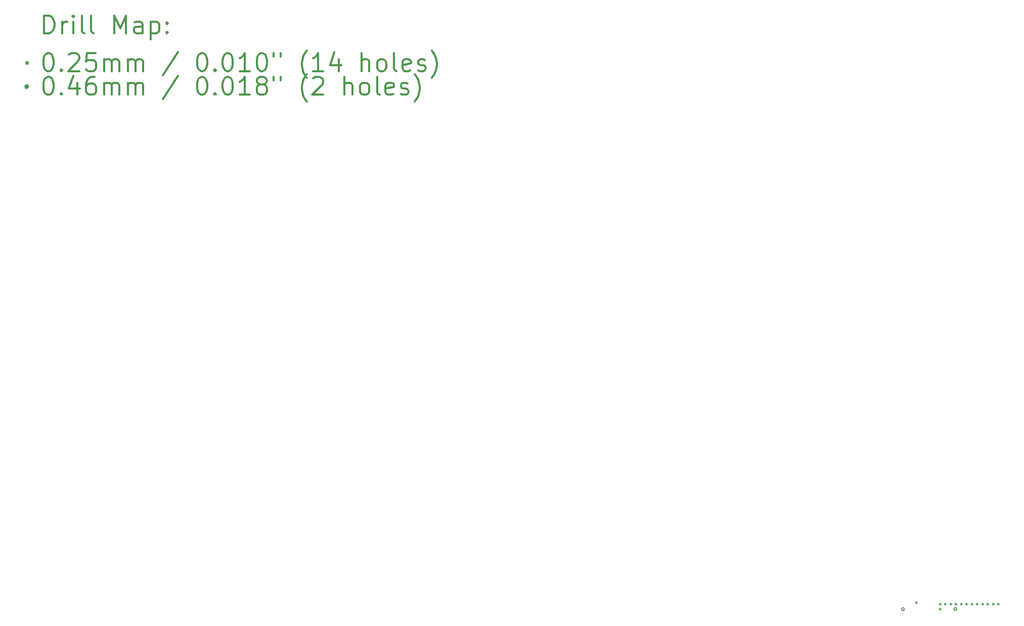
<source format=gbr>
%FSLAX45Y45*%
G04 Gerber Fmt 4.5, Leading zero omitted, Abs format (unit mm)*
G04 Created by KiCad (PCBNEW 4.0.5) date 02/24/17 14:21:47*
%MOMM*%
%LPD*%
G01*
G04 APERTURE LIST*
%ADD10C,0.127000*%
%ADD11C,0.200000*%
%ADD12C,0.300000*%
G04 APERTURE END LIST*
D10*
D11*
X14865350Y-9983470D02*
X14890750Y-10008870D01*
X14890750Y-9983470D02*
X14865350Y-10008870D01*
X15259050Y-10002520D02*
X15284450Y-10027920D01*
X15284450Y-10002520D02*
X15259050Y-10027920D01*
X15259050Y-10091420D02*
X15284450Y-10116820D01*
X15284450Y-10091420D02*
X15259050Y-10116820D01*
X15347950Y-10002520D02*
X15373350Y-10027920D01*
X15373350Y-10002520D02*
X15347950Y-10027920D01*
X15436850Y-10002520D02*
X15462250Y-10027920D01*
X15462250Y-10002520D02*
X15436850Y-10027920D01*
X15525750Y-10002520D02*
X15551150Y-10027920D01*
X15551150Y-10002520D02*
X15525750Y-10027920D01*
X15614650Y-10002520D02*
X15640050Y-10027920D01*
X15640050Y-10002520D02*
X15614650Y-10027920D01*
X15703550Y-10002520D02*
X15728950Y-10027920D01*
X15728950Y-10002520D02*
X15703550Y-10027920D01*
X15792450Y-10002520D02*
X15817850Y-10027920D01*
X15817850Y-10002520D02*
X15792450Y-10027920D01*
X15881350Y-10002520D02*
X15906750Y-10027920D01*
X15906750Y-10002520D02*
X15881350Y-10027920D01*
X15970250Y-10002520D02*
X15995650Y-10027920D01*
X15995650Y-10002520D02*
X15970250Y-10027920D01*
X16059150Y-10002520D02*
X16084550Y-10027920D01*
X16084550Y-10002520D02*
X16059150Y-10027920D01*
X16148050Y-10002520D02*
X16173450Y-10027920D01*
X16173450Y-10002520D02*
X16148050Y-10027920D01*
X16236950Y-10002520D02*
X16262350Y-10027920D01*
X16262350Y-10002520D02*
X16236950Y-10027920D01*
X14672600Y-10104840D02*
G75*
G03X14672600Y-10104840I-23000J0D01*
G01*
X15548600Y-10104840D02*
G75*
G03X15548600Y-10104840I-23000J0D01*
G01*
D12*
X271429Y-465714D02*
X271429Y-165714D01*
X342857Y-165714D01*
X385714Y-180000D01*
X414286Y-208571D01*
X428571Y-237143D01*
X442857Y-294286D01*
X442857Y-337143D01*
X428571Y-394286D01*
X414286Y-422857D01*
X385714Y-451429D01*
X342857Y-465714D01*
X271429Y-465714D01*
X571429Y-465714D02*
X571429Y-265714D01*
X571429Y-322857D02*
X585714Y-294286D01*
X600000Y-280000D01*
X628571Y-265714D01*
X657143Y-265714D01*
X757143Y-465714D02*
X757143Y-265714D01*
X757143Y-165714D02*
X742857Y-180000D01*
X757143Y-194286D01*
X771429Y-180000D01*
X757143Y-165714D01*
X757143Y-194286D01*
X942857Y-465714D02*
X914286Y-451429D01*
X900000Y-422857D01*
X900000Y-165714D01*
X1100000Y-465714D02*
X1071429Y-451429D01*
X1057143Y-422857D01*
X1057143Y-165714D01*
X1442857Y-465714D02*
X1442857Y-165714D01*
X1542857Y-380000D01*
X1642857Y-165714D01*
X1642857Y-465714D01*
X1914286Y-465714D02*
X1914286Y-308571D01*
X1900000Y-280000D01*
X1871429Y-265714D01*
X1814286Y-265714D01*
X1785714Y-280000D01*
X1914286Y-451429D02*
X1885714Y-465714D01*
X1814286Y-465714D01*
X1785714Y-451429D01*
X1771429Y-422857D01*
X1771429Y-394286D01*
X1785714Y-365714D01*
X1814286Y-351429D01*
X1885714Y-351429D01*
X1914286Y-337143D01*
X2057143Y-265714D02*
X2057143Y-565714D01*
X2057143Y-280000D02*
X2085714Y-265714D01*
X2142857Y-265714D01*
X2171429Y-280000D01*
X2185714Y-294286D01*
X2200000Y-322857D01*
X2200000Y-408571D01*
X2185714Y-437143D01*
X2171429Y-451429D01*
X2142857Y-465714D01*
X2085714Y-465714D01*
X2057143Y-451429D01*
X2328572Y-437143D02*
X2342857Y-451429D01*
X2328572Y-465714D01*
X2314286Y-451429D01*
X2328572Y-437143D01*
X2328572Y-465714D01*
X2328572Y-280000D02*
X2342857Y-294286D01*
X2328572Y-308571D01*
X2314286Y-294286D01*
X2328572Y-280000D01*
X2328572Y-308571D01*
X-25400Y-947300D02*
X0Y-972700D01*
X0Y-947300D02*
X-25400Y-972700D01*
X328571Y-795714D02*
X357143Y-795714D01*
X385714Y-810000D01*
X400000Y-824286D01*
X414286Y-852857D01*
X428571Y-910000D01*
X428571Y-981429D01*
X414286Y-1038571D01*
X400000Y-1067143D01*
X385714Y-1081429D01*
X357143Y-1095714D01*
X328571Y-1095714D01*
X300000Y-1081429D01*
X285714Y-1067143D01*
X271429Y-1038571D01*
X257143Y-981429D01*
X257143Y-910000D01*
X271429Y-852857D01*
X285714Y-824286D01*
X300000Y-810000D01*
X328571Y-795714D01*
X557143Y-1067143D02*
X571429Y-1081429D01*
X557143Y-1095714D01*
X542857Y-1081429D01*
X557143Y-1067143D01*
X557143Y-1095714D01*
X685714Y-824286D02*
X700000Y-810000D01*
X728571Y-795714D01*
X800000Y-795714D01*
X828571Y-810000D01*
X842857Y-824286D01*
X857143Y-852857D01*
X857143Y-881429D01*
X842857Y-924286D01*
X671429Y-1095714D01*
X857143Y-1095714D01*
X1128571Y-795714D02*
X985714Y-795714D01*
X971429Y-938571D01*
X985714Y-924286D01*
X1014286Y-910000D01*
X1085714Y-910000D01*
X1114286Y-924286D01*
X1128571Y-938571D01*
X1142857Y-967143D01*
X1142857Y-1038571D01*
X1128571Y-1067143D01*
X1114286Y-1081429D01*
X1085714Y-1095714D01*
X1014286Y-1095714D01*
X985714Y-1081429D01*
X971429Y-1067143D01*
X1271429Y-1095714D02*
X1271429Y-895714D01*
X1271429Y-924286D02*
X1285714Y-910000D01*
X1314286Y-895714D01*
X1357143Y-895714D01*
X1385714Y-910000D01*
X1400000Y-938571D01*
X1400000Y-1095714D01*
X1400000Y-938571D02*
X1414286Y-910000D01*
X1442857Y-895714D01*
X1485714Y-895714D01*
X1514286Y-910000D01*
X1528571Y-938571D01*
X1528571Y-1095714D01*
X1671429Y-1095714D02*
X1671429Y-895714D01*
X1671429Y-924286D02*
X1685714Y-910000D01*
X1714286Y-895714D01*
X1757143Y-895714D01*
X1785714Y-910000D01*
X1800000Y-938571D01*
X1800000Y-1095714D01*
X1800000Y-938571D02*
X1814286Y-910000D01*
X1842857Y-895714D01*
X1885714Y-895714D01*
X1914286Y-910000D01*
X1928571Y-938571D01*
X1928571Y-1095714D01*
X2514286Y-781429D02*
X2257143Y-1167143D01*
X2900000Y-795714D02*
X2928571Y-795714D01*
X2957143Y-810000D01*
X2971428Y-824286D01*
X2985714Y-852857D01*
X3000000Y-910000D01*
X3000000Y-981429D01*
X2985714Y-1038571D01*
X2971428Y-1067143D01*
X2957143Y-1081429D01*
X2928571Y-1095714D01*
X2900000Y-1095714D01*
X2871428Y-1081429D01*
X2857143Y-1067143D01*
X2842857Y-1038571D01*
X2828571Y-981429D01*
X2828571Y-910000D01*
X2842857Y-852857D01*
X2857143Y-824286D01*
X2871428Y-810000D01*
X2900000Y-795714D01*
X3128571Y-1067143D02*
X3142857Y-1081429D01*
X3128571Y-1095714D01*
X3114286Y-1081429D01*
X3128571Y-1067143D01*
X3128571Y-1095714D01*
X3328571Y-795714D02*
X3357143Y-795714D01*
X3385714Y-810000D01*
X3400000Y-824286D01*
X3414286Y-852857D01*
X3428571Y-910000D01*
X3428571Y-981429D01*
X3414286Y-1038571D01*
X3400000Y-1067143D01*
X3385714Y-1081429D01*
X3357143Y-1095714D01*
X3328571Y-1095714D01*
X3300000Y-1081429D01*
X3285714Y-1067143D01*
X3271428Y-1038571D01*
X3257143Y-981429D01*
X3257143Y-910000D01*
X3271428Y-852857D01*
X3285714Y-824286D01*
X3300000Y-810000D01*
X3328571Y-795714D01*
X3714286Y-1095714D02*
X3542857Y-1095714D01*
X3628571Y-1095714D02*
X3628571Y-795714D01*
X3600000Y-838571D01*
X3571428Y-867143D01*
X3542857Y-881429D01*
X3900000Y-795714D02*
X3928571Y-795714D01*
X3957143Y-810000D01*
X3971428Y-824286D01*
X3985714Y-852857D01*
X4000000Y-910000D01*
X4000000Y-981429D01*
X3985714Y-1038571D01*
X3971428Y-1067143D01*
X3957143Y-1081429D01*
X3928571Y-1095714D01*
X3900000Y-1095714D01*
X3871428Y-1081429D01*
X3857143Y-1067143D01*
X3842857Y-1038571D01*
X3828571Y-981429D01*
X3828571Y-910000D01*
X3842857Y-852857D01*
X3857143Y-824286D01*
X3871428Y-810000D01*
X3900000Y-795714D01*
X4114286Y-795714D02*
X4114286Y-852857D01*
X4228571Y-795714D02*
X4228571Y-852857D01*
X4671429Y-1210000D02*
X4657143Y-1195714D01*
X4628571Y-1152857D01*
X4614286Y-1124286D01*
X4600000Y-1081429D01*
X4585714Y-1010000D01*
X4585714Y-952857D01*
X4600000Y-881429D01*
X4614286Y-838571D01*
X4628571Y-810000D01*
X4657143Y-767143D01*
X4671429Y-752857D01*
X4942857Y-1095714D02*
X4771429Y-1095714D01*
X4857143Y-1095714D02*
X4857143Y-795714D01*
X4828571Y-838571D01*
X4800000Y-867143D01*
X4771429Y-881429D01*
X5200000Y-895714D02*
X5200000Y-1095714D01*
X5128571Y-781429D02*
X5057143Y-995714D01*
X5242857Y-995714D01*
X5585714Y-1095714D02*
X5585714Y-795714D01*
X5714286Y-1095714D02*
X5714286Y-938571D01*
X5700000Y-910000D01*
X5671428Y-895714D01*
X5628571Y-895714D01*
X5600000Y-910000D01*
X5585714Y-924286D01*
X5900000Y-1095714D02*
X5871428Y-1081429D01*
X5857143Y-1067143D01*
X5842857Y-1038571D01*
X5842857Y-952857D01*
X5857143Y-924286D01*
X5871428Y-910000D01*
X5900000Y-895714D01*
X5942857Y-895714D01*
X5971428Y-910000D01*
X5985714Y-924286D01*
X6000000Y-952857D01*
X6000000Y-1038571D01*
X5985714Y-1067143D01*
X5971428Y-1081429D01*
X5942857Y-1095714D01*
X5900000Y-1095714D01*
X6171428Y-1095714D02*
X6142857Y-1081429D01*
X6128571Y-1052857D01*
X6128571Y-795714D01*
X6400000Y-1081429D02*
X6371429Y-1095714D01*
X6314286Y-1095714D01*
X6285714Y-1081429D01*
X6271429Y-1052857D01*
X6271429Y-938571D01*
X6285714Y-910000D01*
X6314286Y-895714D01*
X6371429Y-895714D01*
X6400000Y-910000D01*
X6414286Y-938571D01*
X6414286Y-967143D01*
X6271429Y-995714D01*
X6528571Y-1081429D02*
X6557143Y-1095714D01*
X6614286Y-1095714D01*
X6642857Y-1081429D01*
X6657143Y-1052857D01*
X6657143Y-1038571D01*
X6642857Y-1010000D01*
X6614286Y-995714D01*
X6571429Y-995714D01*
X6542857Y-981429D01*
X6528571Y-952857D01*
X6528571Y-938571D01*
X6542857Y-910000D01*
X6571429Y-895714D01*
X6614286Y-895714D01*
X6642857Y-910000D01*
X6757143Y-1210000D02*
X6771429Y-1195714D01*
X6800000Y-1152857D01*
X6814286Y-1124286D01*
X6828571Y-1081429D01*
X6842857Y-1010000D01*
X6842857Y-952857D01*
X6828571Y-881429D01*
X6814286Y-838571D01*
X6800000Y-810000D01*
X6771429Y-767143D01*
X6757143Y-752857D01*
X0Y-1356000D02*
G75*
G03X0Y-1356000I-23000J0D01*
G01*
X328571Y-1191714D02*
X357143Y-1191714D01*
X385714Y-1206000D01*
X400000Y-1220286D01*
X414286Y-1248857D01*
X428571Y-1306000D01*
X428571Y-1377429D01*
X414286Y-1434571D01*
X400000Y-1463143D01*
X385714Y-1477429D01*
X357143Y-1491714D01*
X328571Y-1491714D01*
X300000Y-1477429D01*
X285714Y-1463143D01*
X271429Y-1434571D01*
X257143Y-1377429D01*
X257143Y-1306000D01*
X271429Y-1248857D01*
X285714Y-1220286D01*
X300000Y-1206000D01*
X328571Y-1191714D01*
X557143Y-1463143D02*
X571429Y-1477429D01*
X557143Y-1491714D01*
X542857Y-1477429D01*
X557143Y-1463143D01*
X557143Y-1491714D01*
X828571Y-1291714D02*
X828571Y-1491714D01*
X757143Y-1177429D02*
X685714Y-1391714D01*
X871428Y-1391714D01*
X1114286Y-1191714D02*
X1057143Y-1191714D01*
X1028571Y-1206000D01*
X1014286Y-1220286D01*
X985714Y-1263143D01*
X971429Y-1320286D01*
X971429Y-1434571D01*
X985714Y-1463143D01*
X1000000Y-1477429D01*
X1028571Y-1491714D01*
X1085714Y-1491714D01*
X1114286Y-1477429D01*
X1128571Y-1463143D01*
X1142857Y-1434571D01*
X1142857Y-1363143D01*
X1128571Y-1334571D01*
X1114286Y-1320286D01*
X1085714Y-1306000D01*
X1028571Y-1306000D01*
X1000000Y-1320286D01*
X985714Y-1334571D01*
X971429Y-1363143D01*
X1271429Y-1491714D02*
X1271429Y-1291714D01*
X1271429Y-1320286D02*
X1285714Y-1306000D01*
X1314286Y-1291714D01*
X1357143Y-1291714D01*
X1385714Y-1306000D01*
X1400000Y-1334571D01*
X1400000Y-1491714D01*
X1400000Y-1334571D02*
X1414286Y-1306000D01*
X1442857Y-1291714D01*
X1485714Y-1291714D01*
X1514286Y-1306000D01*
X1528571Y-1334571D01*
X1528571Y-1491714D01*
X1671429Y-1491714D02*
X1671429Y-1291714D01*
X1671429Y-1320286D02*
X1685714Y-1306000D01*
X1714286Y-1291714D01*
X1757143Y-1291714D01*
X1785714Y-1306000D01*
X1800000Y-1334571D01*
X1800000Y-1491714D01*
X1800000Y-1334571D02*
X1814286Y-1306000D01*
X1842857Y-1291714D01*
X1885714Y-1291714D01*
X1914286Y-1306000D01*
X1928571Y-1334571D01*
X1928571Y-1491714D01*
X2514286Y-1177429D02*
X2257143Y-1563143D01*
X2900000Y-1191714D02*
X2928571Y-1191714D01*
X2957143Y-1206000D01*
X2971428Y-1220286D01*
X2985714Y-1248857D01*
X3000000Y-1306000D01*
X3000000Y-1377429D01*
X2985714Y-1434571D01*
X2971428Y-1463143D01*
X2957143Y-1477429D01*
X2928571Y-1491714D01*
X2900000Y-1491714D01*
X2871428Y-1477429D01*
X2857143Y-1463143D01*
X2842857Y-1434571D01*
X2828571Y-1377429D01*
X2828571Y-1306000D01*
X2842857Y-1248857D01*
X2857143Y-1220286D01*
X2871428Y-1206000D01*
X2900000Y-1191714D01*
X3128571Y-1463143D02*
X3142857Y-1477429D01*
X3128571Y-1491714D01*
X3114286Y-1477429D01*
X3128571Y-1463143D01*
X3128571Y-1491714D01*
X3328571Y-1191714D02*
X3357143Y-1191714D01*
X3385714Y-1206000D01*
X3400000Y-1220286D01*
X3414286Y-1248857D01*
X3428571Y-1306000D01*
X3428571Y-1377429D01*
X3414286Y-1434571D01*
X3400000Y-1463143D01*
X3385714Y-1477429D01*
X3357143Y-1491714D01*
X3328571Y-1491714D01*
X3300000Y-1477429D01*
X3285714Y-1463143D01*
X3271428Y-1434571D01*
X3257143Y-1377429D01*
X3257143Y-1306000D01*
X3271428Y-1248857D01*
X3285714Y-1220286D01*
X3300000Y-1206000D01*
X3328571Y-1191714D01*
X3714286Y-1491714D02*
X3542857Y-1491714D01*
X3628571Y-1491714D02*
X3628571Y-1191714D01*
X3600000Y-1234571D01*
X3571428Y-1263143D01*
X3542857Y-1277429D01*
X3885714Y-1320286D02*
X3857143Y-1306000D01*
X3842857Y-1291714D01*
X3828571Y-1263143D01*
X3828571Y-1248857D01*
X3842857Y-1220286D01*
X3857143Y-1206000D01*
X3885714Y-1191714D01*
X3942857Y-1191714D01*
X3971428Y-1206000D01*
X3985714Y-1220286D01*
X4000000Y-1248857D01*
X4000000Y-1263143D01*
X3985714Y-1291714D01*
X3971428Y-1306000D01*
X3942857Y-1320286D01*
X3885714Y-1320286D01*
X3857143Y-1334571D01*
X3842857Y-1348857D01*
X3828571Y-1377429D01*
X3828571Y-1434571D01*
X3842857Y-1463143D01*
X3857143Y-1477429D01*
X3885714Y-1491714D01*
X3942857Y-1491714D01*
X3971428Y-1477429D01*
X3985714Y-1463143D01*
X4000000Y-1434571D01*
X4000000Y-1377429D01*
X3985714Y-1348857D01*
X3971428Y-1334571D01*
X3942857Y-1320286D01*
X4114286Y-1191714D02*
X4114286Y-1248857D01*
X4228571Y-1191714D02*
X4228571Y-1248857D01*
X4671429Y-1606000D02*
X4657143Y-1591714D01*
X4628571Y-1548857D01*
X4614286Y-1520286D01*
X4600000Y-1477429D01*
X4585714Y-1406000D01*
X4585714Y-1348857D01*
X4600000Y-1277429D01*
X4614286Y-1234571D01*
X4628571Y-1206000D01*
X4657143Y-1163143D01*
X4671429Y-1148857D01*
X4771429Y-1220286D02*
X4785714Y-1206000D01*
X4814286Y-1191714D01*
X4885714Y-1191714D01*
X4914286Y-1206000D01*
X4928571Y-1220286D01*
X4942857Y-1248857D01*
X4942857Y-1277429D01*
X4928571Y-1320286D01*
X4757143Y-1491714D01*
X4942857Y-1491714D01*
X5300000Y-1491714D02*
X5300000Y-1191714D01*
X5428571Y-1491714D02*
X5428571Y-1334571D01*
X5414286Y-1306000D01*
X5385714Y-1291714D01*
X5342857Y-1291714D01*
X5314286Y-1306000D01*
X5300000Y-1320286D01*
X5614286Y-1491714D02*
X5585714Y-1477429D01*
X5571429Y-1463143D01*
X5557143Y-1434571D01*
X5557143Y-1348857D01*
X5571429Y-1320286D01*
X5585714Y-1306000D01*
X5614286Y-1291714D01*
X5657143Y-1291714D01*
X5685714Y-1306000D01*
X5700000Y-1320286D01*
X5714286Y-1348857D01*
X5714286Y-1434571D01*
X5700000Y-1463143D01*
X5685714Y-1477429D01*
X5657143Y-1491714D01*
X5614286Y-1491714D01*
X5885714Y-1491714D02*
X5857143Y-1477429D01*
X5842857Y-1448857D01*
X5842857Y-1191714D01*
X6114286Y-1477429D02*
X6085714Y-1491714D01*
X6028571Y-1491714D01*
X6000000Y-1477429D01*
X5985714Y-1448857D01*
X5985714Y-1334571D01*
X6000000Y-1306000D01*
X6028571Y-1291714D01*
X6085714Y-1291714D01*
X6114286Y-1306000D01*
X6128571Y-1334571D01*
X6128571Y-1363143D01*
X5985714Y-1391714D01*
X6242857Y-1477429D02*
X6271429Y-1491714D01*
X6328571Y-1491714D01*
X6357143Y-1477429D01*
X6371429Y-1448857D01*
X6371429Y-1434571D01*
X6357143Y-1406000D01*
X6328571Y-1391714D01*
X6285714Y-1391714D01*
X6257143Y-1377429D01*
X6242857Y-1348857D01*
X6242857Y-1334571D01*
X6257143Y-1306000D01*
X6285714Y-1291714D01*
X6328571Y-1291714D01*
X6357143Y-1306000D01*
X6471428Y-1606000D02*
X6485714Y-1591714D01*
X6514286Y-1548857D01*
X6528571Y-1520286D01*
X6542857Y-1477429D01*
X6557143Y-1406000D01*
X6557143Y-1348857D01*
X6542857Y-1277429D01*
X6528571Y-1234571D01*
X6514286Y-1206000D01*
X6485714Y-1163143D01*
X6471428Y-1148857D01*
M02*

</source>
